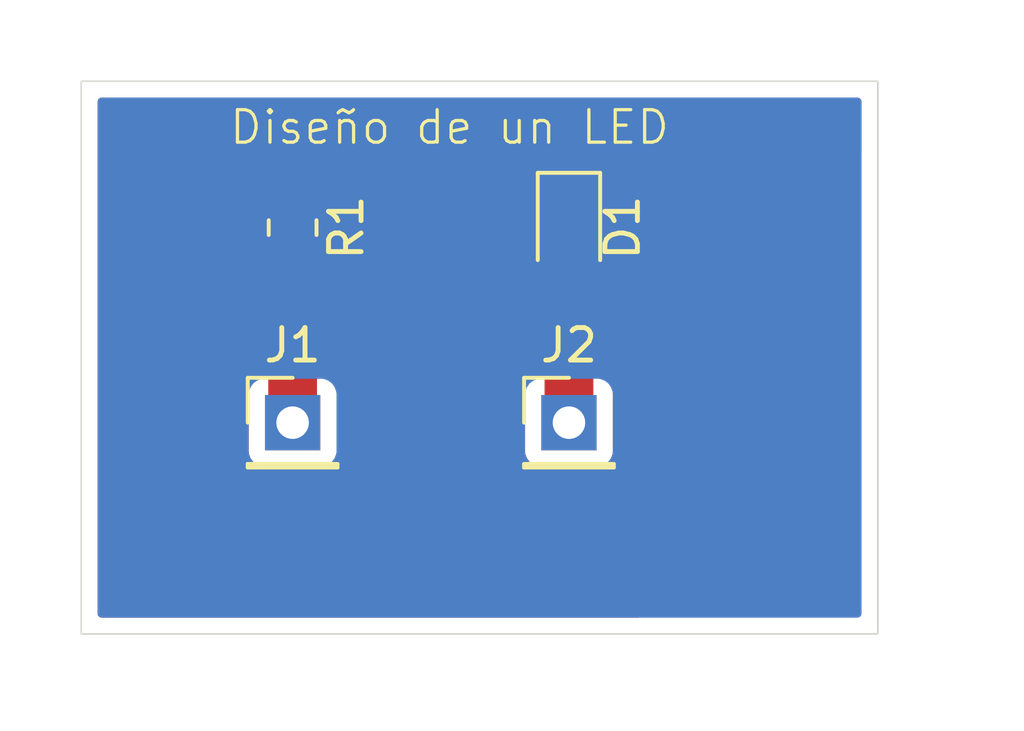
<source format=kicad_pcb>
(kicad_pcb (version 20241229) (generator "pcbnew") (generator_version "9.0")
  (layers (0 "F.Cu" signal) (2 "B.Cu" signal) (13 "F.Paste" user) (15 "B.Paste" user) (5 "F.SilkS" user "F.Silkscreen") (7 "B.SilkS" user "B.Silkscreen") (1 "F.Mask" user) (3 "B.Mask" user) (25 "Edge.Cuts" user))
  (net 0 "")
  (net 1 "GND")
  (net 2 "Net-(D1-A)")
  (net 3 "Net-(J1-Pin_1)")
  (footprint "Resistor_SMD:R_0805_2012Metric" (layer "F.Cu") (at 133 80 -90)
    (property "Reference" "R1")
    (property "Value" "220")
  )
  (footprint "Connector_PinHeader_2.54mm:PinHeader_1x01_P2.54mm_Vertical" (layer "F.Cu") (at 133 86)
    (property "Reference" "J1")
    (property "Value" "Conn_01x01_Pin")
  )
  (footprint "logos:jiso" (layer "F.Cu") (at 147.5 81.5)
    (property "Reference" "G***" (hide yes))
    (property "Value" "LOGO" (hide yes))
  )
  (footprint "LED_SMD:LED_0805_2012Metric" (layer "F.Cu") (at 141.5 80 -90)
    (property "Reference" "D1")
    (property "Value" "LED")
  )
  (footprint "Symbol:OSHW-Logo2_7.3x6mm_Copper" (layer "F.Cu") (at 146.5 88.5)
    (property "Reference" "REF**" (hide yes))
    (property "Value" "OSHW-Logo2_7.3x6mm_Copper" (hide yes))
  )
  (footprint "Connector_PinHeader_2.54mm:PinHeader_1x01_P2.54mm_Vertical" (layer "F.Cu") (at 141.5 86)
    (property "Reference" "J2")
    (property "Value" "Conn_01x01_Pin")
  )
  (gr_rect (start 126.5 75.5) (end 151 92.5) (stroke (width 0.05)) (fill no) (layer "Edge.Cuts"))
  (gr_text "Diseño de un LED" (at 131 77.5 0) (layer "F.SilkS") (effects (font (size 1 1) (thickness 0.1)) (justify left bottom)))
  (segment (start 141.475 79.0875) (end 141.5 79.0625) (width 1.5) (layer "F.Cu") (net 1))
  (segment (start 133 79.0875) (end 141.475 79.0875) (width 1.5) (layer "F.Cu") (net 1))
  (segment (start 141.5 86) (end 141.5 80.9375) (width 1.5) (layer "F.Cu") (net 2))
  (segment (start 133 80.9125) (end 133 86) (width 1.5) (layer "F.Cu") (net 3))
  (zone (net 1) (net_name "GND") (layer "F.Cu") (priority 1) (connect_pads (clearance 0.5)) (min_thickness 0.25) (fill yes (thermal_gap 0.5) (thermal_bridge_width 0.5))
    (polygon (pts (xy 153 94.5) (xy 153 73.5) (xy 125 73) (xy 125 94.5)))
  )
  (zone (net 0) (net_name "") (layer "B.Cu") (priority 2) (connect_pads (clearance 0.5)) (min_thickness 0.25) (fill yes (thermal_gap 0.5) (thermal_bridge_width 0.5) (island_removal_mode 1) (island_area_min 10))
    (polygon (pts (xy 155 95.5) (xy 155.5 73.5) (xy 124 73) (xy 124 95.5)))
  )
)
</source>
